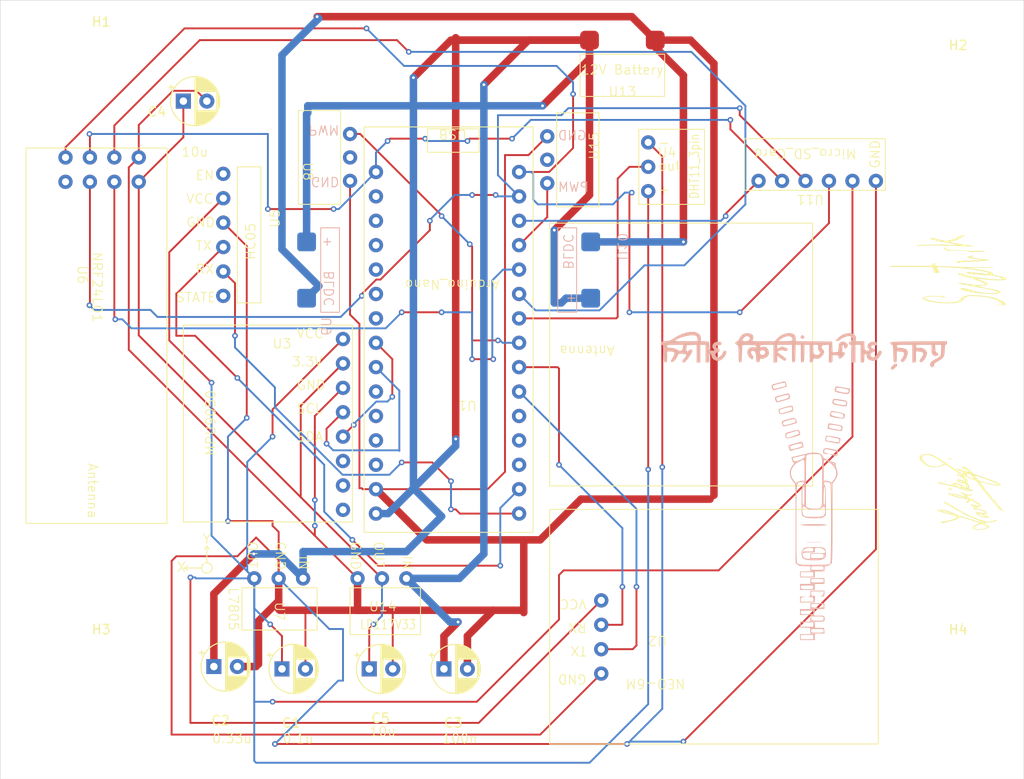
<source format=kicad_pcb>
(kicad_pcb (version 20240108) (generator "pcbnew") (generator_version "8.0")
  (layers (0 "F.Cu" signal) (31 "B.Cu" signal) (34 "B.Paste" user) (35 "F.Paste" user) (36 "B.SilkS" user "B.Silkscreen") (37 "F.SilkS" user "F.Silkscreen") (38 "B.Mask" user) (39 "F.Mask" user) (44 "Edge.Cuts" user))
  (net 0 "")
  (net 1 "/5Vin")
  (net 2 "GND")
  (net 3 "+12V")
  (net 4 "/3.3V")
  (net 6 "/SCK")
  (net 7 "/D1")
  (net 8 "/CE")
  (net 9 "/MISO")
  (net 16 "/D10")
  (net 21 "Net-(U1-D3)")
  (net 23 "/CNS")
  (net 24 "/SDA")
  (net 25 "/PWM1")
  (net 26 "/OUT")
  (net 27 "/PWM2")
  (net 28 "/SCL")
  (net 29 "Net-(U1-D4)")
  (net 31 "/MOSI")
  (net 32 "/D0")
  (footprint "photos:saatvik_10x20" (layer "F.Cu") (at 188.65 82.6 90)
    (property "Reference" "G***" (hide yes))
    (property "Value" "LOGO" (hide yes))
  )
  (footprint "MountingHole:MountingHole_3.2mm_M3" (layer "F.Cu") (at 96.25 60.25)
    (property "Reference" "H1")
    (property "Value" "MountingHole")
  )
  (footprint "Capacitor_THT:CP_Radial_D5.0mm_P2.50mm" (layer "F.Cu") (at 105 64.5)
    (property "Reference" "C4")
    (property "Value" "10u" (hide yes))
  )
  (footprint "MountingHole:MountingHole_3.2mm_M3" (layer "F.Cu") (at 187.5 125)
    (property "Reference" "H4")
    (property "Value" "MountingHole")
  )
  (footprint "MountingHole:MountingHole_3.2mm_M3" (layer "F.Cu") (at 187.5 62.75)
    (property "Reference" "H2")
    (property "Value" "MountingHole")
  )
  (footprint "MountingHole:MountingHole_3.2mm_M3" (layer "F.Cu") (at 96.25 125)
    (property "Reference" "H3")
    (property "Value" "MountingHole")
  )
  (footprint "Micro_SD_Card_Arduino:Micro_SD_Card_Arduino" (layer "F.Cu") (at 179.75 74 90)
    (property "Reference" "U11")
    (property "Value" "~" (hide yes))
  )
  (footprint "photos:kartikey_10x20" (layer "F.Cu") (at 188 106.35 90)
    (property "Reference" "G***" (hide yes))
    (property "Value" "LOGO" (hide yes))
  )
  (footprint "Capacitor_THT:CP_Radial_D5.0mm_P2.50mm" (layer "F.Cu") (at 108.25 124.75)
    (property "Reference" "C2")
    (property "Value" "0.33u" (hide yes))
  )
  (footprint "PWM_Pins:PWM_Pins_Through_Hole" (layer "F.Cu") (at 149.25 69.25 90)
    (property "Reference" "U15")
    (property "Value" "~" (hide yes))
  )
  (footprint "L7805_custom:L7805" (layer "F.Cu") (at 117.75 115.356 -90)
    (property "Reference" "U7")
    (property "Value" "L7805" (hide yes))
  )
  (footprint "Capacitor_THT:CP_Radial_D5.0mm_P2.50mm" (layer "F.Cu") (at 132.75 125)
    (property "Reference" "C3")
    (property "Value" "100n" (hide yes))
  )
  (footprint "PWM_Pins:PWM_Pins_Through_Hole" (layer "F.Cu") (at 117.25 72 -90)
    (property "Reference" "U8")
    (property "Value" "~" (hide yes))
  )
  (footprint "Battery_12V:12V_Battery" (layer "F.Cu") (at 151.75 64)
    (property "Reference" "U13")
    (property "Value" "~" (hide yes))
  )
  (footprint "HC05_foot:HC05" (layer "F.Cu") (at 112.25 83)
    (property "Reference" "U5")
    (property "Value" "~" (hide yes))
  )
  (footprint "DHT11_3pin:DHT11_3pin" (layer "F.Cu") (at 154.5 71.5)
    (property "Reference" "U4")
    (property "Value" "~" (hide yes))
  )
  (footprint "MPU9050:MPU9050" (layer "F.Cu") (at 122 89.85)
    (property "Reference" "U3")
    (property "Value" "~")
  )
  (footprint "Capstone_Arduino:capstone_arduino" (layer "F.Cu") (at 135.25 96.45 180)
    (property "Reference" "U1")
    (property "Value" "~" (hide yes))
  )
  (footprint "NEO_6M:NEO_6M" (layer "F.Cu") (at 145.5 125.5 180)
    (property "Reference" "U2")
    (property "Value" "~")
  )
  (footprint "Capacitor_THT:CP_Radial_D5.0mm_P2.50mm" (layer "F.Cu") (at 124.794888 125)
    (property "Reference" "C5")
    (property "Value" "10u" (hide yes))
  )
  (footprint "LD117V33:LD117V33" (layer "F.Cu") (at 128.75 115.356 -90)
    (property "Reference" "U14")
    (property "Value" "LD1117V33" (hide yes))
  )
  (footprint "Capacitor_THT:CP_Radial_D5.0mm_P2.50mm" (layer "F.Cu") (at 115.5 125)
    (property "Reference" "C1")
    (property "Value" "0.1u" (hide yes))
  )
  (footprint "NRF24L01_custom:NRF24L01_custom" (layer "F.Cu") (at 100.25 70.5 -90)
    (property "Reference" "U6")
    (property "Value" "~")
  )
  (footprint "BLDC_temoprary_pad:BLDC_temporary_pad" (layer "B.Cu") (at 123.625 82.5 -90)
    (property "Reference" "U9")
    (property "Value" "~" (hide yes))
  )
  (footprint "photos:This_is_Engineering_40x38" (layer "B.Cu") (at 171.535269 107.142717 180)
    (property "Reference" "G***" (hide yes))
    (property "Value" "LOGO" (hide yes))
  )
  (footprint "BLDC_temoprary_pad:BLDC_temporary_pad" (layer "B.Cu") (at 142.875 82.5 90)
    (property "Reference" "U10")
    (property "Value" "~" (hide yes))
  )
  (gr_circle (center 107.5 114.25) (end 107.75 114.75) (stroke (width 0.1)) (fill none) (layer "F.SilkS"))
  (gr_line (start 105.125 114.25) (end 106.875 114.25) (stroke (width 0.1)) (layer "F.SilkS"))
  (gr_line (start 107.5 111.875) (end 107.75 112.25) (stroke (width 0.1)) (layer "F.SilkS"))
  (gr_line (start 105.125 114.25) (end 105.5 114.5) (stroke (width 0.1)) (layer "F.SilkS"))
  (gr_line (start 105.125 114.25) (end 105.5 114) (stroke (width 0.1)) (layer "F.SilkS"))
  (gr_line (start 107.5 111.875) (end 107.5 113.625) (stroke (width 0.1)) (layer "F.SilkS"))
  (gr_line (start 107.5 111.875) (end 107.25 112.25) (stroke (width 0.1)) (layer "F.SilkS"))
  (gr_rect (start 85.5 53.75) (end 194.5 136.75) (stroke (width 0.05)) (fill none) (layer "Edge.Cuts"))
  (gr_text "GND" (at 118.5 72.5 180) (layer "B.SilkS") (effects (font (size 1 1) (thickness 0.1)) (justify left bottom mirror)))
  (gr_text "PWM" (at 118.25 67 180) (layer "B.SilkS") (effects (font (size 1 1) (thickness 0.1)) (justify left bottom mirror)))
  (gr_text "+" (at 147 86 -0) (layer "B.SilkS") (effects (font (size 1 1) (thickness 0.1)) (justify left bottom mirror)))
  (gr_text "GND" (at 148 68.75 -0) (layer "B.SilkS") (effects (font (size 1 1) (thickness 0.1)) (justify left bottom mirror)))
  (gr_text "PWM" (at 148.25 74.25 -0) (layer "B.SilkS") (effects (font (size 1 1) (thickness 0.1)) (justify left bottom mirror)))
  (gr_text "+" (at 121 80 -0) (layer "B.SilkS") (effects (font (size 1 1) (thickness 0.1)) (justify left bottom mirror)))
  (gr_text "X" (at 104.25 114.75 0) (layer "F.SilkS") (effects (font (size 1 1) (thickness 0.1)) (justify left bottom)))
  (gr_text "GND" (at 179.25 71.75 90) (layer "F.SilkS") (effects (font (size 1 1) (thickness 0.1)) (justify left bottom)))
  (gr_text "10u" (at 104.75 70.5 0) (layer "F.SilkS") (effects (font (size 1 1) (thickness 0.1)) (justify left bottom)))
  (gr_text "Y\n" (at 107 111.75 0) (layer "F.SilkS") (effects (font (size 1 1) (thickness 0.1)) (justify left bottom)))
  (gr_text "10u" (at 124.75 132.25 0) (layer "F.SilkS") (effects (font (size 1 1) (thickness 0.1)) (justify left bottom)))
  (gr_text "0.33u" (at 108 133 0) (layer "F.SilkS") (effects (font (size 1 1) (thickness 0.1)) (justify left bottom)))
  (gr_text "0.1u" (at 115.5 133 0) (layer "F.SilkS") (effects (font (size 1 1) (thickness 0.1)) (justify left bottom)))
  (gr_text "100n" (at 132.5 133 0) (layer "F.SilkS") (effects (font (size 1 1) (thickness 0.1)) (justify left bottom)))
  (segment (start 115.5 121.5) (end 114.25 120.25) (width 0.2) (layer "F.Cu") (net 1))
  (segment (start 145 115) (end 145 119.75) (width 0.2) (layer "F.Cu") (net 1))
  (segment (start 114.5 97.35) (end 114.5 100.25) (width 0.2) (layer "F.Cu") (net 1))
  (segment (start 154.5 74.1) (end 154.5 103.75) (width 0.2) (layer "F.Cu") (net 1))
  (segment (start 136.45 130.75) (end 105.75 130.75) (width 0.2) (layer "F.Cu") (net 1))
  (segment (start 176.25 100.251895) (end 162.001895 114.5) (width 0.2) (layer "F.Cu") (net 1))
  (segment (start 115.5 125) (end 115.5 121.5) (width 0.2) (layer "F.Cu") (net 1))
  (segment (start 145 119.75) (end 136.25 128.5) (width 0.2) (layer "F.Cu") (net 1))
  (segment (start 176.25 73) (end 176.25 100.251895) (width 0.2) (layer "F.Cu") (net 1))
  (segment (start 162.001895 114.5) (end 145.5 114.5) (width 0.2) (layer "F.Cu") (net 1))
  (segment (start 103.5 90) (end 103.75 90.25) (width 0.2) (layer "F.Cu") (net 1))
  (segment (start 122 89.85) (end 114.5 97.35) (width 0.2) (layer "F.Cu") (net 1))
  (segment (start 145.5 114.5) (end 145 115) (width 0.2) (layer "F.Cu") (net 1))
  (segment (start 109.25 74.85) (end 103.5 80.6) (width 0.2) (layer "F.Cu") (net 1))
  (segment (start 103.75 90.25) (end 108 94.5) (width 0.2) (layer "F.Cu") (net 1))
  (segment (start 103.5 80.6) (end 103.5 90) (width 0.2) (layer "F.Cu") (net 1))
  (segment (start 136.25 128.5) (end 114.5 128.5) (width 0.2) (layer "F.Cu") (net 1))
  (segment (start 149.5 117.7) (end 136.45 130.75) (width 0.2) (layer "F.Cu") (net 1))
  (segment (start 105.75 130.75) (end 105.75 115.25) (width 0.2) (layer "F.Cu") (net 1))
  (via (at 114.25 120.25) (size 0.6) (drill 0.3) (layers "F.Cu" "B.Cu") (net 1))
  (via (at 114.5 100.25) (size 0.6) (drill 0.3) (layers "F.Cu" "B.Cu") (net 1))
  (via (at 108 94.5) (size 0.6) (drill 0.3) (layers "F.Cu" "B.Cu") (net 1))
  (via (at 105.75 115.25) (size 0.6) (drill 0.3) (layers "F.Cu" "B.Cu") (net 1))
  (via (at 154.5 103.75) (size 0.6) (drill 0.3) (layers "F.Cu" "B.Cu") (net 1))
  (via (at 114.5 128.5) (size 0.6) (drill 0.3) (layers "F.Cu" "B.Cu") (net 1))
  (segment (start 106.25 115.25) (end 106.356 115.356) (width 0.2) (layer "B.Cu") (net 1))
  (segment (start 148.25 135) (end 112.75 135) (width 0.2) (layer "B.Cu") (net 1))
  (segment (start 112.55 134.8) (end 112.55 128.5) (width 0.2) (layer "B.Cu") (net 1))
  (segment (start 111.8 114.606) (end 112.55 115.356) (width 0.2) (layer "B.Cu") (net 1))
  (segment (start 114.5 100.25) (end 111.8 102.95) (width 0.2) (layer "B.Cu") (net 1))
  (segment (start 114.5 128.5) (end 112.55 128.5) (width 0.2) (layer "B.Cu") (net 1))
  (segment (start 112.55 118.55) (end 112.55 115.356) (width 0.2) (layer "B.Cu") (net 1))
  (segment (start 106.356 115.356) (end 112.55 115.356) (width 0.2) (layer "B.Cu") (net 1))
  (segment (start 154.5 128.75) (end 148.25 135) (width 0.2) (layer "B.Cu") (net 1))
  (segment (start 112.55 128.5) (end 112.55 115.356) (width 0.2) (layer "B.Cu") (net 1))
  (segment (start 154.5 103.75) (end 154.5 128.75) (width 0.2) (layer "B.Cu") (net 1))
  (segment (start 112.75 135) (end 112.55 134.8) (width 0.2) (layer "B.Cu") (net 1))
  (segment (start 114.25 120.25) (end 112.55 118.55) (width 0.2) (layer "B.Cu") (net 1))
  (segment (start 111.8 102.95) (end 111.8 114.606) (width 0.2) (layer "B.Cu") (net 1))
  (segment (start 108 110.806) (end 112.55 115.356) (width 0.2) (layer "B.Cu") (net 1))
  (segment (start 105.75 115.25) (end 106.25 115.25) (width 0.2) (layer "B.Cu") (net 1))
  (segment (start 108 94.5) (end 108 110.806) (width 0.2) (layer "B.Cu") (net 1))
  (segment (start 154.5 68.9) (end 156 70.4) (width 0.2) (layer "F.Cu") (net 2))
  (segment (start 156 89.5) (end 156 103.5) (width 0.2) (layer "F.Cu") (net 2))
  (segment (start 141.25 111.25) (end 130.91 111.25) (width 0.8) (layer "F.Cu") (net 2))
  (segment (start 161.088 106.912) (end 147.338 106.912) (width 0.8) (layer "F.Cu") (net 2))
  (segment (start 109.25 77.45) (end 111.75 79.95) (width 0.2) (layer "F.Cu") (net 2))
  (segment (start 123.75 105.75) (end 124 105.75) (width 0.2) (layer "F.Cu") (net 2))
  (segment (start 115.25 118.75) (end 118 118.75) (width 0.8) (layer "F.Cu") (net 2))
  (segment (start 118 118.75) (end 124.5 118.75) (width 0.8) (layer "F.Cu") (net 2))
  (segment (start 115.15 110.4) (end 115.15 115.356) (width 0.2) (layer "F.Cu") (net 2))
  (segment (start 112.75 111) (end 115.15 113.4) (width 0.2) (layer "F.Cu") (net 2))
  (segment (start 122.75 73) (end 122.75 87.25) (width 0.2) (layer "F.Cu") (net 2))
  (segment (start 178.75 73) (end 178.75 112.25) (width 0.2) (layer "F.Cu") (net 2))
  (segment (start 155.25 58) (end 152.75 55.5) (width 0.8) (layer "F.Cu") (net 2))
  (segment (start 161.5 60.5) (end 161.5 106.5) (width 0.8) (layer "F.Cu") (net 2))
  (segment (start 103.9 63.4) (end 100.25 67.05) (width 0.2) (layer "F.Cu") (net 2))
  (segment (start 118 125) (end 118 118.75) (width 0.2) (layer "F.Cu") (net 2))
  (segment (start 124.1 105.85) (end 125.51 105.85) (width 0.2) (layer "F.Cu") (net 2))
  (segment (start 130.91 111.25) (end 125.51 105.85) (width 0.8) (layer "F.Cu") (net 2))
  (segment (start 123.55 115.356) (end 123.55 118.7) (width 0.8) (layer "F.Cu") (net 2))
  (segment (start 115.15 118.65) (end 115.25 118.75) (width 0.2) (layer "F.Cu") (net 2))
  (segment (start 141.75 70.25) (end 139.25 70.25) (width 0.2) (layer "F.Cu") (net 2))
  (segment (start 119 98.05) (end 119 99.25) (width 0.2) (layer "F.Cu") (net 2))
  (segment (start 113 124.5) (end 113 119.9) (width 0.8) (layer "F.Cu") (net 2))
  (segment (start 138 118.75) (end 141 118.75) (width 0.8) (layer "F.Cu") (net 2))
  (segment (start 127.25 118.75) (end 138 118.75) (width 0.8) (layer "F.Cu") (net 2))
  (segment (start 135.25 125) (end 135.25 121.5) (width 0.8) (layer "F.Cu") (net 2))
  (segment (start 178.75 112.25) (end 158.25 132.75) (width 0.2) (layer "F.Cu") (net 2))
  (segment (start 149.5 125.5) (end 143 132) (width 0.2) (layer "F.Cu") (net 2))
  (segment (start 155.25 58) (end 155.25 58.75) (width 0.2) (layer "F.Cu") (net 2))
  (segment (start 122 95.05) (end 119 98.05) (width 0.2) (layer "F.Cu") (net 2))
  (segment (start 100.25 70.5) (end 99.188 71.562) (width 0.2) (layer "F.Cu") (net 2))
  (segment (start 114.5 109.75) (end 115.15 110.4) (width 0.2) (layer "F.Cu") (net 2))
  (segment (start 103.75 113.5) (end 104.25 113) (width 0.2) (layer "F.Cu") (net 2))
  (segment (start 99.188 71.562) (end 99.188 90.994) (width 0.2) (layer "F.Cu") (net 2))
  (segment (start 139.25 104) (end 137.4 105.85) (width 0.2) (layer "F.Cu") (net 2))
  (segment (start 139.25 70.25) (end 139.25 104) (width 0.2) (layer "F.Cu") (net 2))
  (segment (start 119 109.75) (end 119 110.75) (width 0.2) (layer "F.Cu") (net 2))
  (segment (start 103.75 132) (end 103.75 113.5) (width 0.2) (layer "F.Cu") (net 2))
  (segment (start 115.15 115.356) (end 115.15 117.75) (width 0.8) (layer "F.Cu") (net 2))
  (segment (start 161.5 106.5) (end 161.088 106.912) (width 0.2) (layer "F.Cu") (net 2))
  (segment (start 100.25 67.05) (end 100.25 70.5) (width 0.2) (layer "F.Cu") (net 2))
  (segment (start 135.25 121.5) (end 138 118.75) (width 0.8) (layer "F.Cu") (net 2))
  (segment (start 112.75 124.75) (end 113 124.5) (width 0.2) (layer "F.Cu") (net 2))
  (segment (start 104.25 113) (end 110.75 113) (width 0.2) (layer "F.Cu") (net 2))
  (segment (start 115.15 117.75) (end 115.15 118.65) (width 0.8) (layer "F.Cu") (net 2))
  (segment (start 155.25 58) (end 159 58) (width 0.8) (layer "F.Cu") (net 2))
  (segment (start 119 110.75) (end 118.972 110.778) (width 0.2) (layer "F.Cu") (net 2))
  (segment (start 110.75 113) (end 112.75 111) (width 0.2) (layer "F.Cu") (net 2))
  (segment (start 143 111.25) (end 141.25 111.25) (width 0.8) (layer "F.Cu") (net 2))
  (segment (start 109.75 109.25) (end 114.5 109.25) (width 0.2) (layer "F.Cu") (net 2))
  (segment (start 158.25 61.75) (end 158.25 79.5) (width 0.8) (layer "F.Cu") (net 2))
  (segment (start 99.188 90.994) (end 118.972 110.778) (width 0.2) (layer "F.Cu") (net 2))
  (segment (start 127.294888 118.794888) (end 127.25 118.75) (width 0.2) (layer "F.Cu") (net 2))
  (segment (start 152.25 133) (end 114.75 133) (width 0.2) (layer "F.Cu") (net 2))
  (segment (start 118.972 110.778) (end 123.55 115.356) (width 0.2) (layer "F.Cu") (net 2))
  (segment (start 111.75 79.95) (end 111.75 98.25) (width 0.2) (layer "F.Cu") (net 2))
  (segment (start 107.5 64.5) (end 106.4 63.4) (width 0.2) (layer "F.Cu") (net 2))
  (segment (start 106.4 63.4) (end 103.9 63.4) (width 0.2) (layer "F.Cu") (net 2))
  (segment (start 115.15 113.4) (end 115.15 115.356) (width 0.2) (layer "F.Cu") (net 2))
  (segment (start 124.5 118.75) (end 127.25 118.75) (width 0.8) (layer "F.Cu") (net 2))
  (segment (start 155.25 58.75) (end 158.25 61.75) (width 0.8) (layer "F.Cu") (net 2))
  (segment (start 155.25 58) (end 155.562 58.312) (width 0.2) (layer "F.Cu") (net 2))
  (segment (start 152.75 55.5) (end 119.25 55.5) (width 0.8) (layer "F.Cu") (net 2))
  (segment (start 122.75 87.25) (end 123.75 88.25) (width 0.2) (layer "F.Cu") (net 2))
  (segment (start 137.4 105.85) (end 125.51 105.85) (width 0.2) (layer "F.Cu") (net 2))
  (segment (start 141 118.75) (end 141.25 119) (width 0.2) (layer "F.Cu") (net 2))
  (segment (start 123.5 118.75) (end 124.5 118.75) (width 0.8) (layer "F.Cu") (net 2))
  (segment (start 119 99.25) (end 119 107) (width 0.2) (layer "F.Cu") (net 2))
  (segment (start 141.25 119) (end 141.25 111.25) (width 0.8) (layer "F.Cu") (net 2))
  (segment (start 123.55 118.7) (end 123.5 118.75) (width 0.2) (layer "F.Cu") (net 2))
  (segment (start 127.294888 125) (end 127.294888 118.794888) (width 0.2) (layer "F.Cu") (net 2))
  (segment (start 147.338 106.912) (end 143 111.25) (width 0.8) (layer "F.Cu") (net 2))
  (segment (start 156 89) (end 156 89.5) (width 0.2) (layer "F.Cu") (net 2))
  (segment (start 156 70.4) (end 156 89) (width 0.2) (layer "F.Cu") (net 2))
  (segment (start 114.5 109.25) (end 114.5 109.75) (width 0.2) (layer "F.Cu") (net 2))
  (segment (start 123.75 88.25) (end 123.75 105.75) (width 0.2) (layer "F.Cu") (net 2))
  (segment (start 113 119.9) (end 115.15 117.75) (width 0.8) (layer "F.Cu") (net 2))
  (segment (start 110.75 124.75) (end 112.75 124.75) (width 0.8) (layer "F.Cu") (net 2))
  (segment (start 159 58) (end 161.5 60.5) (width 0.8) (layer "F.Cu") (net 2))
  (segment (start 143.75 68.25) (end 141.75 70.25) (width 0.2) (layer "F.Cu") (net 2))
  (segment (start 124 105.75) (end 124.1 105.85) (width 0.2) (layer "F.Cu") (net 2))
  (segment (start 143 132) (end 103.75 132) (width 0.2) (layer "F.Cu") (net 2))
  (via (at 158.25 132.75) (size 0.6) (drill 0.3) (layers "F.Cu" "B.Cu") (net 2))
  (via (at 111.75 98.25) (size 0.6) (drill 0.3) (layers "F.Cu" "B.Cu") (net 2))
  (via (at 109.75 109.25) (size 0.6) (drill 0.3) (layers "F.Cu" "B.Cu") (net 2))
  (via (at 156 103.5) (size 0.6) (drill 0.3) (layers "F.Cu" "B.Cu") (net 2))
  (via (at 114.75 133) (size 0.6) (drill 0.3) (layers "F.Cu" "B.Cu") (net 2))
  (via (at 158.25 79.5) (size 0.6) (drill 0.3) (layers "F.Cu" "B.Cu") (net 2))
  (via (at 119.25 55.5) (size 0.6) (drill 0.3) (layers "F.Cu" "B.Cu") (net 2))
  (via (at 119 109.75) (size 0.6) (drill 0.3) (layers "F.Cu" "B.Cu") (net 2))
  (via (at 119 107) (size 0.6) (drill 0.3) (layers "F.Cu" "B.Cu") (net 2))
  (via (at 152.25 133) (size 0.6) (drill 0.3) (layers "F.Cu" "B.Cu") (net 2))
  (segment (start 115.5 59.6) (end 115.5 80.275) (width 0.8) (layer "B.Cu") (net 2))
  (segment (start 121.5 126.25) (end 122 126.25) (width 0.2) (layer "B.Cu") (net 2))
  (segment (start 119 107) (end 119 109.75) (width 0.2) (layer "B.Cu") (net 2))
  (segment (start 120.544 120.75) (end 115.15 115.356) (width 0.2) (layer "B.Cu") (net 2))
  (segment (start 152.5 132.75) (end 152.25 133) (width 0.2) (layer "B.Cu") (net 2))
  (segment (start 119.25 55.5) (end 119.425 55.675) (width 0.2) (layer "B.Cu") (net 2))
  (segment (start 114.75 133) (end 121.5 126.25) (width 0.2) (layer "B.Cu") (net 2))
  (segment (start 156 129.25) (end 152.5 132.75) (width 0.2) (layer "B.Cu") (net 2))
  (segment (start 158.25 132.75) (end 152.5 132.75) (width 0.2) (layer "B.Cu") (net 2))
  (segment (start 119.425 55.675) (end 115.5 59.6) (width 0.8) (layer "B.Cu") (net 2))
  (segment (start 156 103.5) (end 156 129.25) (width 0.2) (layer "B.Cu") (net 2))
  (segment (start 109.75 100.25) (end 109.75 109.25) (width 0.2) (layer "B.Cu") (net 2))
  (segment (start 111.75 98.25) (end 109.75 100.25) (width 0.2) (layer "B.Cu") (net 2))
  (segment (start 119.425 84.2) (end 118.125 85.5) (width 0.8) (layer "B.Cu") (net 2))
  (segment (start 158.25 79.5) (end 148.375 79.5) (width 0.8) (layer "B.Cu") (net 2))
  (segment (start 122 120.75) (end 120.544 120.75) (width 0.2) (layer "B.Cu") (net 2))
  (segment (start 122 126.25) (end 122 120.75) (width 0.2) (layer "B.Cu") (net 2))
  (segment (start 115.5 80.275) (end 119.425 84.2) (width 0.8) (layer "B.Cu") (net 2))
  (segment (start 148.25 58) (end 148.25 60) (width 0.8) (layer "F.Cu") (net 3))
  (segment (start 148.25 58) (end 148.25 74.5) (width 0.8) (layer "F.Cu") (net 3))
  (segment (start 133.5 58) (end 129.5 62) (width 0.8) (layer "F.Cu") (net 3))
  (segment (start 148.25 58) (end 133.5 58) (width 0.8) (layer "F.Cu") (net 3))
  (segment (start 148.25 74.5) (end 144.5 78.25) (width 0.8) (layer "F.Cu") (net 3))
  (segment (start 148.25 58) (end 141.75 58) (width 0.8) (layer "F.Cu") (net 3))
  (segment (start 108.25 117) (end 112.5 112.75) (width 0.8) (layer "F.Cu") (net 3))
  (segment (start 134.25 58) (end 134 57.75) (width 0.8) (layer "F.Cu") (net 3))
  (segment (start 108.25 124.75) (end 108.25 117) (width 0.8) (layer "F.Cu") (net 3))
  (segment (start 148.25 58) (end 134.25 58) (width 0.8) (layer "F.Cu") (net 3))
  (segment (start 134 57.75) (end 134 100.5) (width 0.8) (layer "F.Cu") (net 3))
  (segment (start 132.75 125) (end 132.75 121.5) (width 0.8) (layer "F.Cu") (net 3))
  (segment (start 132.75 121.5) (end 134.25 120) (width 0.8) (layer "F.Cu") (net 3))
  (segment (start 148.25 60) (end 143.25 65) (width 0.8) (layer "F.Cu") (net 3))
  (segment (start 141.75 58) (end 137 62.75) (width 0.8) (layer "F.Cu") (net 3))
  (via (at 143.25 65) (size 0.6) (drill 0.3) (layers "F.Cu" "B.Cu") (net 3))
  (via (at 144.5 78.25) (size 0.6) (drill 0.3) (layers "F.Cu" "B.Cu") (net 3))
  (via (at 134 100.5) (size 0.6) (drill 0.3) (layers "F.Cu" "B.Cu") (net 3))
  (via (at 137 62.75) (size 0.6) (drill 0.3) (layers "F.Cu" "B.Cu") (net 3))
  (via (at 129.5 62) (size 0.6) (drill 0.3) (layers "F.Cu" "B.Cu") (net 3))
  (via (at 112.5 112.75) (size 0.6) (drill 0.3) (layers "F.Cu" "B.Cu") (net 3))
  (via (at 134.25 120) (size 0.6) (drill 0.3) (layers "F.Cu" "B.Cu") (net 3))
  (segment (start 115.144 112.75) (end 117.75 115.356) (width 0.8) (layer "B.Cu") (net 3))
  (segment (start 145.75 85.5) (end 148.375 85.5) (width 0.8) (layer "B.Cu") (net 3))
  (segment (start 137 62.75) (end 137 112.75) (width 0.8) (layer "B.Cu") (net 3))
  (segment (start 126.8 108.45) (end 125.51 108.45) (width 0.8) (layer "B.Cu") (net 3))
  (segment (start 134.25 120) (end 133.394 120) (width 0.8) (layer "B.Cu") (net 3))
  (segment (start 134 101.25) (end 126.8 108.45) (width 0.8) (layer "B.Cu") (net 3))
  (segment (start 117.75 112.5) (end 117.75 115.356) (width 0.8) (layer "B.Cu") (net 3))
  (segment (start 134.394 115.356) (end 128.75 115.356) (width 0.8) (layer "B.Cu") (net 3))
  (segment (start 118.25 65) (end 118.25 65.75) (width 0.8) (layer "B.Cu") (net 3))
  (segment (start 144.5 86) (end 145.25 86) (width 0.8) (layer "B.Cu") (net 3))
  (segment (start 145.25 86) (end 145.75 85.5) (width 0.8) (layer "B.Cu") (net 3))
  (segment (start 118.25 65.75) (end 118.125 65.875) (width 0.8) (layer "B.Cu") (net 3))
  (segment (start 118.125 65.875) (end 118.125 79.5) (width 0.8) (layer "B.Cu") (net 3))
  (segment (start 143.25 65) (end 118.25 65) (width 0.8) (layer "B.Cu") (net 3))
  (segment (start 112.5 112.75) (end 115.144 112.75) (width 0.8) (layer "B.Cu") (net 3))
  (segment (start 133.394 120) (end 128.75 115.356) (width 0.8) (layer "B.Cu") (net 3))
  (segment (start 132.5 108.75) (end 128.75 112.5) (width 0.8) (layer "B.Cu") (net 3))
  (segment (start 134 100.5) (end 134 101.25) (width 0.8) (layer "B.Cu") (net 3))
  (segment (start 144.5 78.25) (end 144.5 86) (width 0.8) (layer "B.Cu") (net 3))
  (segment (start 129.5 105.75) (end 132.5 108.75) (width 0.8) (layer "B.Cu") (net 3))
  (segment (start 137 112.75) (end 134.394 115.356) (width 0.8) (layer "B.Cu") (net 3))
  (segment (start 128.75 112.5) (end 117.75 112.5) (width 0.8) (layer "B.Cu") (net 3))
  (segment (start 129.5 62) (end 129.5 105.75) (width 0.8) (layer "B.Cu") (net 3))
  (segment (start 117.5 106.706) (end 117.522 106.728) (width 0.2) (layer "F.Cu") (net 4))
  (segment (start 105 68.35) (end 100.25 73.1) (width 0.2) (layer "F.Cu") (net 4))
  (segment (start 122 92.45) (end 117.5 96.95) (width 0.2) (layer "F.Cu") (net 4))
  (segment (start 105 64.5) (end 105 68.35) (width 0.2) (layer "F.Cu") (net 4))
  (segment (start 100.25 89.456) (end 117.522 106.728) (width 0.2) (layer "F.Cu") (net 4))
  (segment (start 100.25 73.1) (end 100.25 89.456) (width 0.2) (layer "F.Cu") (net 4))
  (segment (start 124.794888 120.705112) (end 125.25 120.25) (width 0.2) (layer "F.Cu") (net 4))
  (segment (start 117.5 96.95) (end 117.5 106.706) (width 0.2) (layer "F.Cu") (net 4))
  (segment (start 117.522 106.728) (end 126.15 115.356) (width 0.2) (layer "F.Cu") (net 4))
  (segment (start 124.794888 125) (end 124.794888 120.705112) (width 0.2) (layer "F.Cu") (net 4))
  (via (at 125.25 120.25) (size 0.6) (drill 0.3) (layers "F.Cu" "B.Cu") (net 4))
  (segment (start 125.25 120.25) (end 126.15 119.35) (width 0.2) (layer "B.Cu") (net 4))
  (segment (start 126.15 119.35) (end 126.15 115.356) (width 0.2) (layer "B.Cu") (net 4))
  (segment (start 168.75 73) (end 163.25 67.5) (width 0.2) (layer "F.Cu") (net 6))
  (segment (start 163.25 67.5) (end 163.25 66.5) (width 0.2) (layer "F.Cu") (net 6))
  (segment (start 114 76) (end 121 76) (width 0.2) (layer "F.Cu") (net 6))
  (segment (start 135.5 68.5) (end 135.25 68.75) (width 0.2) (layer "F.Cu") (net 6))
  (segment (start 127 68.5) (end 126.75 68.75) (width 0.2) (layer "F.Cu") (net 6))
  (segment (start 140 68.5) (end 135.5 68.5) (width 0.2) (layer "F.Cu") (net 6))
  (segment (start 95.05 68.05) (end 95 68) (width 0.2) (layer "F.Cu") (net 6))
  (segment (start 130.75 68.5) (end 127 68.5) (width 0.2) (layer "F.Cu") (net 6))
  (segment (start 95.05 70.5) (end 95.05 68.05) (width 0.2) (layer "F.Cu") (net 6))
  (via (at 95 68) (size 0.6) (drill 0.3) (layers "F.Cu" "B.Cu") (net 6))
  (via (at 135.25 68.75) (size 0.6) (drill 0.3) (layers "F.Cu" "B.Cu") (net 6))
  (via (at 126.75 68.75) (size 0.6) (drill 0.3) (layers "F.Cu" "B.Cu") (net 6))
  (via (at 163.25 66.5) (size 0.6) (drill 0.3) (layers "F.Cu" "B.Cu") (net 6))
  (via (at 114 76) (size 0.6) (drill 0.3) (layers "F.Cu" "B.Cu") (net 6))
  (via (at 140 68.5) (size 0.6) (drill 0.3) (layers "F.Cu" "B.Cu") (net 6))
  (via (at 121 76) (size 0.6) (drill 0.3) (layers "F.Cu" "B.Cu") (net 6))
  (via (at 130.75 68.5) (size 0.6) (drill 0.3) (layers "F.Cu" "B.Cu") (net 6))
  (segment (start 114 68) (end 114 76) (width 0.2) (layer "B.Cu") (net 6))
  (segment (start 121 76) (end 121.56 76) (width 0.2) (layer "B.Cu") (net 6))
  (segment (start 125.51 69.99) (end 125.51 72.05) (width 0.2) (layer "B.Cu") (net 6))
  (segment (start 142 66.5) (end 140 68.5) (width 0.2) (layer "B.Cu") (net 6))
  (segment (start 135.25 68.75) (end 131 68.75) (width 0.2) (layer "B.Cu") (net 6))
  (segment (start 131 68.75) (end 130.75 68.5) (width 0.2) (layer "B.Cu") (net 6))
  (segment (start 163.25 66.5) (end 142 66.5) (width 0.2) (layer "B.Cu") (net 6))
  (segment (start 95 68) (end 114 68) (width 0.2) (layer "B.Cu") (net 6))
  (segment (start 126.75 68.75) (end 125.51 69.99) (width 0.2) (layer "B.Cu") (net 6))
  (segment (start 121.56 76) (end 125.51 72.05) (width 0.2) (layer "B.Cu") (net 6))
  (segment (start 125.75 114) (end 138.75 114) (width 0.2) (layer "F.Cu") (net 7))
  (segment (start 104.3 85) (end 104.25 85) (width 0.2) (layer "F.Cu") (net 7))
  (segment (start 123 111.25) (end 125.75 114) (width 0.2) (layer "F.Cu") (net 7))
  (segment (start 109.25 80.05) (end 104.3 85) (width 0.2) (layer "F.Cu") (net 7))
  (segment (start 104.25 85) (end 104.25 89.5) (width 0.2) (layer "F.Cu") (net 7))
  (segment (start 104.25 89.5) (end 106.25 89.5) (width 0.2) (layer "F.Cu") (net 7))
  (segment (start 106.25 89.5) (end 110.75 94) (width 0.2) (layer "F.Cu") (net 7))
  (via (at 123 111.25) (size 0.6) (drill 0.3) (layers "F.Cu" "B.Cu") (net 7))
  (via (at 110.75 94) (size 0.6) (drill 0.3) (layers "F.Cu" "B.Cu") (net 7))
  (via (at 138.75 114) (size 0.6) (drill 0.3) (layers "F.Cu" "B.Cu") (net 7))
  (segment (start 110.75 94) (end 120 103.25) (width 0.2) (layer "B.Cu") (net 7))
  (segment (start 138.75 107.85) (end 140.75 105.85) (width 0.2) (layer "B.Cu") (net 7))
  (segment (start 138.75 114) (end 138.75 107.85) (width 0.2) (layer "B.Cu") (net 7))
  (segment (start 120 107.75) (end 120 108.25) (width 0.2) (layer "B.Cu") (net 7))
  (segment (start 120 103.25) (end 120 107.75) (width 0.2) (layer "B.Cu") (net 7))
  (segment (start 120 108.25) (end 123 111.25) (width 0.2) (layer "B.Cu") (net 7))
  (segment (start 127.75 58) (end 129 59.25) (width 0.2) (layer "F.Cu") (net 8))
  (segment (start 97.65 70.5) (end 97.65 67.1) (width 0.2) (layer "F.Cu") (net 8))
  (segment (start 106.75 58) (end 127.75 58) (width 0.2) (layer "F.Cu") (net 8))
  (segment (start 97.65 67.1) (end 106.75 58) (width 0.2) (layer "F.Cu") (net 8))
  (via (at 129 59.25) (size 0.6) (drill 0.3) (layers "F.Cu" "B.Cu") (net 8))
  (segment (start 149.307076 86.8) (end 142.5 86.8) (width 0.2) (layer "B.Cu") (net 8))
  (segment (start 164.85 65.001471) (end 164.85 75.498529) (width 0.2) (layer "B.Cu") (net 8))
  (segment (start 164.85 75.498529) (end 158.348529 82) (width 0.2) (layer "B.Cu") (net 8))
  (segment (start 129 59.25) (end 159.098529 59.25) (width 0.2) (layer "B.Cu") (net 8))
  (segment (start 158.348529 82) (end 154.107076 82) (width 0.2) (layer "B.Cu") (net 8))
  (segment (start 159.098529 59.25) (end 164.85 65.001471) (width 0.2) (layer "B.Cu") (net 8))
  (segment (start 142.5 86.8) (end 140.75 85.05) (width 0.2) (layer "B.Cu") (net 8))
  (segment (start 154.107076 82) (end 149.307076 86.8) (width 0.2) (layer "B.Cu") (net 8))
  (segment (start 173.75 77.5) (end 164.25 87) (width 0.2) (layer "F.Cu") (net 9))
  (segment (start 105.12237 56.75) (end 105.5 56.75) (width 0.2) (layer "F.Cu") (net 9))
  (segment (start 152.5 87) (end 152.5 74.5) (width 0.2) (layer "F.Cu") (net 9))
  (segment (start 152.5 74.5) (end 152.75 74.25) (width 0.2) (layer "F.Cu") (net 9))
  (segment (start 146.5 69.501895) (end 143.951895 72.05) (width 0.2) (layer "F.Cu") (net 9))
  (segment (start 92.45 70.5) (end 92.45 69.42237) (width 0.2) (layer "F.Cu") (net 9))
  (segment (start 92.45 69.42237) (end 105.12237 56.75) (width 0.2) (layer "F.Cu") (net 9))
  (segment (start 143.951895 72.05) (end 140.75 72.05) (width 0.2) (layer "F.Cu") (net 9))
  (segment (start 146.5 63.75) (end 146.5 69.501895) (width 0.2) (layer "F.Cu") (net 9))
  (segment (start 173.75 73) (end 173.75 77.5) (width 0.2) (layer "F.Cu") (net 9))
  (segment (start 106 56.75) (end 124.5 56.75) (width 0.2) (layer "F.Cu") (net 9))
  (segment (start 105.5 56.75) (end 106 56.75) (width 0.2) (layer "F.Cu") (net 9))
  (via (at 124.5 56.75) (size 0.6) (drill 0.3) (layers "F.Cu" "B.Cu") (net 9))
  (via (at 146.5 63.75) (size 0.6) (drill 0.3) (layers "F.Cu" "B.Cu") (net 9))
  (via (at 164.25 87) (size 0.6) (drill 0.3) (layers "F.Cu" "B.Cu") (net 9))
  (via (at 152.5 87) (size 0.6) (drill 0.3) (layers "F.Cu" "B.Cu") (net 9))
  (via (at 152.75 74.25) (size 0.6) (drill 0.3) (layers "F.Cu" "B.Cu") (net 9))
  (segment (start 124.5 56.75) (end 128.5 60.75) (width 0.2) (layer "B.Cu") (net 9))
  (segment (start 142.25 75) (end 142.25 72.25) (width 0.2) (layer "B.Cu") (net 9))
  (segment (start 144.75 60.75) (end 146.5 62.5) (width 0.2) (layer "B.Cu") (net 9))
  (segment (start 142.25 72.25) (end 142.05 72.05) (width 0.2) (layer "B.Cu") (net 9))
  (segment (start 152 74.25) (end 150.75 75.5) (width 0.2) (layer "B.Cu") (net 9))
  (segment (start 142.75 75.5) (end 142.25 75) (width 0.2) (layer "B.Cu") (net 9))
  (segment (start 164.25 87) (end 152.5 87) (width 0.2) (layer "B.Cu") (net 9))
  (segment (start 146.5 62.5) (end 146.5 63.75) (width 0.2) (layer "B.Cu") (net 9))
  (segment (start 152.75 74.25) (end 152 74.25) (width 0.2) (layer "B.Cu") (net 9))
  (segment (start 150.75 75.5) (end 142.75 75.5) (width 0.2) (layer "B.Cu") (net 9))
  (segment (start 142.05 72.05) (end 140.75 72.05) (width 0.2) (layer "B.Cu") (net 9))
  (segment (start 128.5 60.75) (end 144.75 60.75) (width 0.2) (layer "B.Cu") (net 9))
  (segment (start 166.25 73) (end 162.75 76.5) (width 0.2) (layer "F.Cu") (net 16))
  (segment (start 162.75 76.5) (end 162.75 76.75) (width 0.2) (layer "F.Cu") (net 16))
  (via (at 162.75 76.75) (size 0.6) (drill 0.3) (layers "F.Cu" "B.Cu") (net 16))
  (segment (start 162.75 76.75) (end 162.25 77.25) (width 0.2) (layer "B.Cu") (net 16))
  (segment (start 162.25 77.25) (end 140.75 77.25) (width 0.2) (layer "B.Cu") (net 16))
  (segment (start 152.85 122.9) (end 153.25 122.5) (width 0.2) (layer "F.Cu") (net 21))
  (segment (start 149.5 122.9) (end 152.85 122.9) (width 0.2) (layer "F.Cu") (net 21))
  (segment (start 153.25 122.5) (end 153.25 116.25) (width 0.2) (layer "F.Cu") (net 21))
  (via (at 153.25 116.25) (size 0.6) (drill 0.3) (layers "F.Cu" "B.Cu") (net 21))
  (segment (start 153.25 107.95) (end 140.75 95.45) (width 0.2) (layer "B.Cu") (net 21))
  (segment (start 153.25 116.25) (end 153.25 107.95) (width 0.2) (layer "B.Cu") (net 21))
  (segment (start 135.75 92) (end 138 92) (width 0.2) (layer "F.Cu") (net 23))
  (segment (start 97.65 87.65) (end 97.75 87.75) (width 0.2) (layer "F.Cu") (net 23))
  (segment (start 128.25 87) (end 132.5 87) (width 0.2) (layer "F.Cu") (net 23))
  (segment (start 97.65 73.1) (end 97.65 87.65) (width 0.2) (layer "F.Cu") (net 23))
  (via (at 135.75 92) (size 0.6) (drill 0.3) (layers "F.Cu" "B.Cu") (net 23))
  (via (at 132.5 87) (size 0.6) (drill 0.3) (layers "F.Cu" "B.Cu") (net 23))
  (via (at 138 92) (size 0.6) (drill 0.3) (layers "F.Cu" "B.Cu") (net 23))
  (via (at 128.25 87) (size 0.6) (drill 0.3) (layers "F.Cu" "B.Cu") (net 23))
  (via (at 97.75 87.75) (size 0.6) (drill 0.3) (layers "F.Cu" "B.Cu") (net 23))
  (segment (start 97.75 87.75) (end 98.5 87.75) (width 0.2) (layer "B.Cu") (net 23))
  (segment (start 138 92) (end 137.9 91.9) (width 0.2) (layer "B.Cu") (net 23))
  (segment (start 126.538 88.712) (end 128.25 87) (width 0.2) (layer "B.Cu") (net 23))
  (segment (start 99.462 88.712) (end 126.538 88.712) (width 0.2) (layer "B.Cu") (net 23))
  (segment (start 132.5 87) (end 135 87) (width 0.2) (layer "B.Cu") (net 23))
  (segment (start 137.9 91.9) (end 137.9 83.6) (width 0.2) (layer "B.Cu") (net 23))
  (segment (start 139.05 82.45) (end 140.75 82.45) (width 0.2) (layer "B.Cu") (net 23))
  (segment (start 98.5 87.75) (end 99.462 88.712) (width 0.2) (layer "B.Cu") (net 23))
  (segment (start 137.9 83.6) (end 139.05 82.45) (width 0.2) (layer "B.Cu") (net 23))
  (segment (start 135.75 87) (end 135.75 92) (width 0.2) (layer "B.Cu") (net 23))
  (segment (start 135 87) (end 135.75 87) (width 0.2) (layer "B.Cu") (net 23))
  (segment (start 122 100.15) (end 123.15 99) (width 0.2) (layer "F.Cu") (net 24))
  (segment (start 127.25 91.99) (end 125.51 90.25) (width 0.2) (layer "F.Cu") (net 24))
  (segment (start 127.25 96) (end 127.25 91.99) (width 0.2) (layer "F.Cu") (net 24))
  (segment (start 122 100.25) (end 122 100.15) (width 0.2) (layer "F.Cu") (net 24))
  (via (at 123.15 99) (size 0.6) (drill 0.3) (layers "F.Cu" "B.Cu") (net 24))
  (via (at 127.25 96) (size 0.6) (drill 0.3) (layers "F.Cu" "B.Cu") (net 24))
  (segment (start 123.15 98.908105) (end 125.546105 96.512) (width 0.2) (layer "B.Cu") (net 24))
  (segment (start 126.738 96.512) (end 127.25 96) (width 0.2) (layer "B.Cu") (net 24))
  (segment (start 125.546105 96.512) (end 126.738 96.512) (width 0.2) (layer "B.Cu") (net 24))
  (segment (start 123.15 99) (end 123.15 98.908105) (width 0.2) (layer "B.Cu") (net 24))
  (segment (start 122.75 68) (end 123.82763 68) (width 0.2) (layer "F.Cu") (net 25))
  (segment (start 135.75 80) (end 135.75 90) (width 0.2) (layer "F.Cu") (net 25))
  (segment (start 123.82763 68) (end 132.5 76.67237) (width 0.2) (layer "F.Cu") (net 25))
  (segment (start 132.5 76.67237) (end 132.5 76.75) (width 0.2) (layer "F.Cu") (net 25))
  (segment (start 135.75 90) (end 138.5 90) (width 0.2) (layer "F.Cu") (net 25))
  (segment (start 135.5 79.75) (end 135.75 80) (width 0.2) (layer "F.Cu") (net 25))
  (via (at 135.5 79.75) (size 0.6) (drill 0.3) (layers "F.Cu" "B.Cu") (net 25))
  (via (at 138.5 90) (size 0.6) (drill 0.3) (layers "F.Cu" "B.Cu") (net 25))
  (via (at 132.5 76.75) (size 0.6) (drill 0.3) (layers "F.Cu" "B.Cu") (net 25))
  (segment (start 132.5 76.75) (end 133 77.25) (width 0.2) (layer "B.Cu") (net 25))
  (segment (start 133 77.25) (end 135.5 79.75) (width 0.2) (layer "B.Cu") (net 25))
  (segment (start 138.5 90) (end 138.75 90) (width 0.2) (layer "B.Cu") (net 25))
  (segment (start 139 90.25) (end 140.75 90.25) (width 0.2) (layer "B.Cu") (net 25))
  (segment (start 138.75 90) (end 139 90.25) (width 0.2) (layer "B.Cu") (net 25))
  (segment (start 154.5 71.5) (end 152.5 71.5) (width 0.2) (layer "F.Cu") (net 26))
  (segment (start 152.5 71.5) (end 151.25 72.75) (width 0.2) (layer "F.Cu") (net 26))
  (segment (start 151.25 72.75) (end 151.25 87.5) (width 0.2) (layer "F.Cu") (net 26))
  (segment (start 151.1 87.65) (end 140.75 87.65) (width 0.2) (layer "F.Cu") (net 26))
  (segment (start 151.25 87.5) (end 151.1 87.65) (width 0.2) (layer "F.Cu") (net 26))
  (segment (start 143.75 73.25) (end 143.75 76.85) (width 0.2) (layer "F.Cu") (net 27))
  (segment (start 143.75 76.85) (end 140.75 79.85) (width 0.2) (layer "F.Cu") (net 27))
  (segment (start 120.25 99.4) (end 120.25 101) (width 0.2) (layer "F.Cu") (net 28))
  (segment (start 122 97.65) (end 120.25 99.4) (width 0.2) (layer "F.Cu") (net 28))
  (via (at 120.25 101) (size 0.6) (drill 0.3) (layers "F.Cu" "B.Cu") (net 28))
  (segment (start 127.962 101.712) (end 128 101.75) (width 0.2) (layer "B.Cu") (net 28))
  (segment (start 128 95.34) (end 125.51 92.85) (width 0.2) (layer "B.Cu") (net 28))
  (segment (start 120.25 101) (end 120.962 101.712) (width 0.2) (layer "B.Cu") (net 28))
  (segment (start 120.962 101.712) (end 127.962 101.712) (width 0.2) (layer "B.Cu") (net 28))
  (segment (start 128 101.75) (end 128 95.34) (width 0.2) (layer "B.Cu") (net 28))
  (segment (start 151.7 120.3) (end 151.75 120.25) (width 0.2) (layer "F.Cu") (net 29))
  (segment (start 151.75 120.25) (end 151.75 116.25) (width 0.2) (layer "F.Cu") (net 29))
  (segment (start 145 93) (end 144.85 92.85) (width 0.2) (layer "F.Cu") (net 29))
  (segment (start 149.5 120.3) (end 151.7 120.3) (width 0.2) (layer "F.Cu") (net 29))
  (segment (start 144.85 92.85) (end 140.75 92.85) (width 0.2) (layer "F.Cu") (net 29))
  (segment (start 145 103.25) (end 145 93) (width 0.2) (layer "F.Cu") (net 29))
  (via (at 151.75 116.25) (size 0.6) (drill 0.3) (layers "F.Cu" "B.Cu") (net 29))
  (via (at 145 103.25) (size 0.6) (drill 0.3) (layers "F.Cu" "B.Cu") (net 29))
  (segment (start 151.75 110) (end 145 103.25) (width 0.2) (layer "B.Cu") (net 29))
  (segment (start 151.75 116.25) (end 151.75 110) (width 0.2) (layer "B.Cu") (net 29))
  (segment (start 95.05 73.1) (end 95.05 86.2) (width 0.2) (layer "F.Cu") (net 31))
  (segment (start 124 85.25) (end 124 85.058105) (width 0.2) (layer "F.Cu") (net 31))
  (segment (start 125.546105 83.512) (end 125.988 83.512) (width 0.2) (layer "F.Cu") (net 31))
  (segment (start 95.05 86.2) (end 95 86.25) (width 0.2) (layer "F.Cu") (net 31))
  (segment (start 136.25 74.5) (end 138.25 74.5) (width 0.2) (layer "F.Cu") (net 31))
  (segment (start 171.25 73) (end 164.25 66) (width 0.2) (layer "F.Cu") (net 31))
  (segment (start 124 85.058105) (end 125.546105 83.512) (width 0.2) (layer "F.Cu") (net 31))
  (segment (start 131.25 78.25) (end 131.25 77.25) (width 0.2) (layer "F.Cu") (net 31))
  (segment (start 135.75 74.5) (end 136.25 74.5) (width 0.2) (layer "F.Cu") (net 31))
  (segment (start 164.25 66) (end 164.25 65.25) (width 0.2) (layer "F.Cu") (net 31))
  (segment (start 125.988 83.512) (end 131.25 78.25) (width 0.2) (layer "F.Cu") (net 31))
  (via (at 135.75 74.5) (size 0.6) (drill 0.3) (layers "F.Cu" "B.Cu") (net 31))
  (via (at 124 85.25) (size 0.6) (drill 0.3) (layers "F.Cu" "B.Cu") (net 31))
  (via (at 131.25 77.25) (size 0.6) (drill 0.3) (layers "F.Cu" "B.Cu") (net 31))
  (via (at 138.25 74.5) (size 0.6) (drill 0.3) (layers "F.Cu" "B.Cu") (net 31))
  (via (at 164.25 65.25) (size 0.6) (drill 0.3) (layers "F.Cu" "B.Cu") (net 31))
  (via (at 95 86.25) (size 0.6) (drill 0.3) (layers "F.Cu" "B.Cu") (net 31))
  (segment (start 102.25 87.5) (end 121.25 87.5) (width 0.2) (layer "B.Cu") (net 31))
  (segment (start 133.901471 74.5) (end 135.75 74.5) (width 0.2) (layer "B.Cu") (net 31))
  (segment (start 95 86.25) (end 95.5 86.75) (width 0.2) (layer "B.Cu") (net 31))
  (segment (start 101.5 86.75) (end 102.25 87.5) (width 0.2) (layer "B.Cu") (net 31))
  (segment (start 95.5 86.75) (end 101.5 86.75) (width 0.2) (layer "B.Cu") (net 31))
  (segment (start 138.25 74.5) (end 138.4 74.65) (width 0.2) (layer "B.Cu") (net 31))
  (segment (start 131.25 77.25) (end 131.25 77.151471) (width 0.2) (layer "B.Cu") (net 31))
  (segment (start 145.25 66) (end 138.5 66) (width 0.2) (layer "B.Cu") (net 31))
  (segment (start 138.4 74.65) (end 140.75 74.65) (width 0.2) (layer "B.Cu") (net 31))
  (segment (start 146 65.25) (end 145.25 66) (width 0.2) (layer "B.Cu") (net 31))
  (segment (start 121.75 87.5) (end 124 85.25) (width 0.2) (layer "B.Cu") (net 31))
  (segment (start 131.25 77.151471) (end 133.901471 74.5) (width 0.2) (layer "B.Cu") (net 31))
  (segment (start 121.25 87.5) (end 121.75 87.5) (width 0.2) (layer "B.Cu") (net 31))
  (segment (start 138.5 72.4) (end 140.75 74.65) (width 0.2) (layer "B.Cu") (net 31))
  (segment (start 164.25 65.25) (end 146 65.25) (width 0.2) (layer "B.Cu") (net 31))
  (segment (start 138.5 66) (end 138.5 72.4) (width 0.2) (layer "B.Cu") (net 31))
  (segment (start 134.45 108.45) (end 140.75 108.45) (width 0.2) (layer "F.Cu") (net 32))
  (segment (start 134 108) (end 134.45 108.45) (width 0.2) (layer "F.Cu") (net 32))
  (segment (start 110.5 83.9) (end 110.5 89.5) (width 0.2) (layer "F.Cu") (net 32))
  (segment (start 131.5 103) (end 133.5 105) (width 0.2) (layer "F.Cu") (net 32))
  (segment (start 133.5 108) (end 134 108) (width 0.2) (layer "F.Cu") (net 32))
  (segment (start 128.25 103) (end 131.5 103) (width 0.2) (layer "F.Cu") (net 32))
  (segment (start 109.25 82.65) (end 110.5 83.9) (width 0.2) (layer "F.Cu") (net 32))
  (via (at 110.5 89.5) (size 0.6) (drill 0.3) (layers "F.Cu" "B.Cu") (net 32))
  (via (at 133.5 105) (size 0.6) (drill 0.3) (layers "F.Cu" "B.Cu") (net 32))
  (via (at 128.25 103) (size 0.6) (drill 0.3) (layers "F.Cu" "B.Cu") (net 32))
  (via (at 133.5 108) (size 0.6) (drill 0.3) (layers "F.Cu" "B.Cu") (net 32))
  (segment (start 110.5 89.5) (end 110.5 90.75) (width 0.2) (layer "B.Cu") (net 32))
  (segment (start 133.5 105) (end 133.5 105.5) (width 0.2) (layer "B.Cu") (net 32))
  (segment (start 126.938 104.312) (end 128.25 103) (width 0.2) (layer "B.Cu") (net 32))
  (segment (start 110.5 90.75) (end 114.75 95) (width 0.2) (layer "B.Cu") (net 32))
  (segment (start 114.75 95) (end 114.75 97.101895) (width 0.2) (layer "B.Cu") (net 32))
  (segment (start 133.5 105.5) (end 133.5 108) (width 0.2) (layer "B.Cu") (net 32))
  (segment (start 121.960105 104.312) (end 126.938 104.312) (width 0.2) (layer "B.Cu") (net 32))
  (segment (start 114.75 97.101895) (end 121.960105 104.312) (width 0.2) (layer "B.Cu") (net 32))
)
</source>
